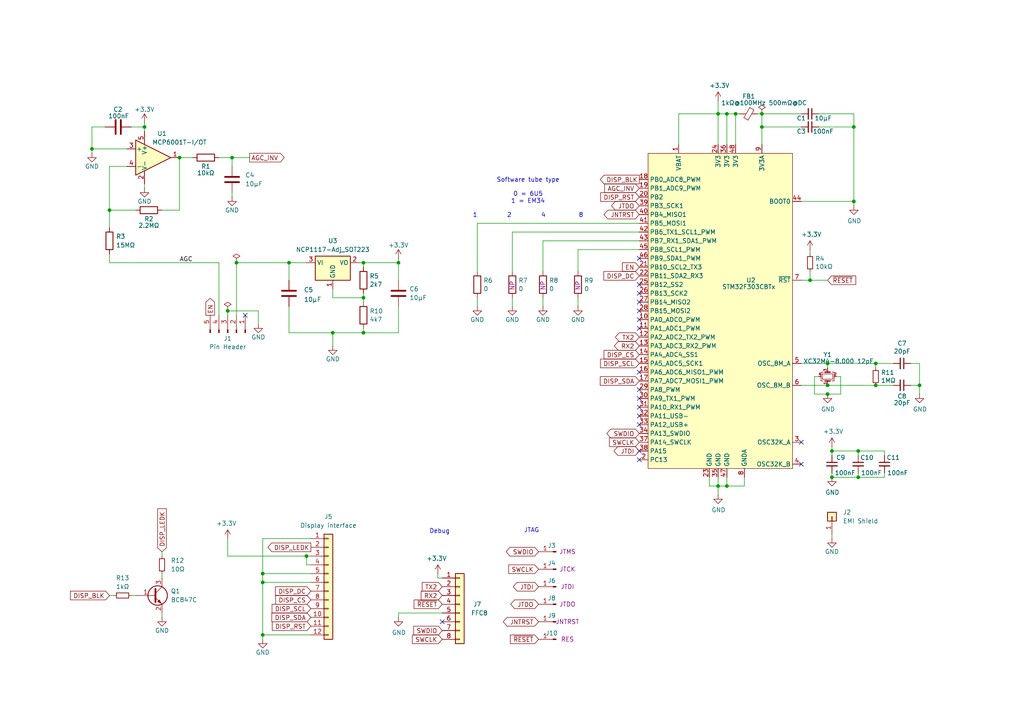
<source format=kicad_sch>
(kicad_sch (version 20231120) (generator "eeschema") (generator_version "8.0")
  (paper "A4")
  (title_block (title "EM34 MCU Board") (date "2025-01-06") (rev "1-A") (company "Martin Wagner DL2WAG") (comment 1 "Based on Retronics 6U5"))
  (lib_symbols
    (symbol "Amplifier_Operational:MCP601-xOT" (pin_names (offset 0.127))
      (property "Reference" "U" (at -1.27 6.35 0))
      (property "Value" "MCP601-xOT" (at -1.27 3.81 0))
      (symbol "MCP601-xOT_0_1"
        (polyline (pts (xy -5.08 5.08) (xy 5.08 0) (xy -5.08 -5.08) (xy -5.08 5.08)) (stroke (width 0.254)) (fill (type background)))
        (pin power_in line (at -2.54 -7.62 90) (length 3.81) (name "V-") (number "2"))
        (pin power_in line (at -2.54 7.62 270) (length 3.81) (name "V+") (number "5"))
      )
      (symbol "MCP601-xOT_1_1"
        (pin output line (at 7.62 0 180) (length 2.54) (name "~") (number "1"))
        (pin input line (at -7.62 2.54 0) (length 2.54) (name "+") (number "3"))
        (pin input line (at -7.62 -2.54 0) (length 2.54) (name "-") (number "4"))
      )
    )
    (symbol "Connector:Conn_01x01_Pin" (pin_names (offset 1.016) hide)
      (property "Reference" "J" (at 0 2.54 0))
      (property "Value" "Conn_01x01_Pin" (at 0 -2.54 0))
      (symbol "Conn_01x01_Pin_1_1"
        (polyline (pts (xy 1.27 0) (xy 0.8636 0)) (stroke (width 0.1524)))
        (rectangle (start 0.8636 0.127) (end 0 -0.127) (stroke (width 0.1524)) (fill (type outline)))
        (pin passive line (at 5.08 0 180) (length 3.81) (name "Pin_1") (number "1"))
      )
    )
    (symbol "Connector:Conn_01x05_Pin" (pin_names (offset 1.016) hide)
      (property "Reference" "J" (at 0 7.62 0))
      (property "Value" "Conn_01x05_Pin" (at 0 -7.62 0))
      (symbol "Conn_01x05_Pin_1_1"
        (polyline (pts (xy 1.27 -5.08) (xy 0.8636 -5.08)) (stroke (width 0.1524)))
        (polyline (pts (xy 1.27 -2.54) (xy 0.8636 -2.54)) (stroke (width 0.1524)))
        (polyline (pts (xy 1.27 0) (xy 0.8636 0)) (stroke (width 0.1524)))
        (polyline (pts (xy 1.27 2.54) (xy 0.8636 2.54)) (stroke (width 0.1524)))
        (polyline (pts (xy 1.27 5.08) (xy 0.8636 5.08)) (stroke (width 0.1524)))
        (rectangle (start 0.8636 -4.953) (end 0 -5.207) (stroke (width 0.1524)) (fill (type outline)))
        (rectangle (start 0.8636 -2.413) (end 0 -2.667) (stroke (width 0.1524)) (fill (type outline)))
        (rectangle (start 0.8636 0.127) (end 0 -0.127) (stroke (width 0.1524)) (fill (type outline)))
        (rectangle (start 0.8636 2.667) (end 0 2.413) (stroke (width 0.1524)) (fill (type outline)))
        (rectangle (start 0.8636 5.207) (end 0 4.953) (stroke (width 0.1524)) (fill (type outline)))
        (pin passive line (at 5.08 5.08 180) (length 3.81) (name "Pin_1") (number "1"))
        (pin passive line (at 5.08 2.54 180) (length 3.81) (name "Pin_2") (number "2"))
        (pin passive line (at 5.08 0 180) (length 3.81) (name "Pin_3") (number "3"))
        (pin passive line (at 5.08 -2.54 180) (length 3.81) (name "Pin_4") (number "4"))
        (pin passive line (at 5.08 -5.08 180) (length 3.81) (name "Pin_5") (number "5"))
      )
    )
    (symbol "Connector_Generic:Conn_01x01" (pin_names (offset 1.016) hide)
      (property "Reference" "J" (at 0 2.54 0))
      (property "Value" "Conn_01x01" (at 0 -2.54 0))
      (symbol "Conn_01x01_1_1"
        (rectangle (start -1.27 0.127) (end 0 -0.127) (stroke (width 0.1524)))
        (rectangle (start -1.27 1.27) (end 1.27 -1.27) (stroke (width 0.254)) (fill (type background)))
        (pin passive line (at -5.08 0 0) (length 3.81) (name "Pin_1") (number "1"))
      )
    )
    (symbol "Connector_Generic:Conn_01x08" (pin_names (offset 1.016) hide)
      (property "Reference" "J" (at 0 10.16 0))
      (property "Value" "Conn_01x08" (at 0 -12.7 0))
      (symbol "Conn_01x08_1_1"
        (rectangle (start -1.27 -10.033) (end 0 -10.287) (stroke (width 0.1524)))
        (rectangle (start -1.27 -7.493) (end 0 -7.747) (stroke (width 0.1524)))
        (rectangle (start -1.27 -4.953) (end 0 -5.207) (stroke (width 0.1524)))
        (rectangle (start -1.27 -2.413) (end 0 -2.667) (stroke (width 0.1524)))
        (rectangle (start -1.27 0.127) (end 0 -0.127) (stroke (width 0.1524)))
        (rectangle (start -1.27 2.667) (end 0 2.413) (stroke (width 0.1524)))
        (rectangle (start -1.27 5.207) (end 0 4.953) (stroke (width 0.1524)))
        (rectangle (start -1.27 7.747) (end 0 7.493) (stroke (width 0.1524)))
        (rectangle (start -1.27 8.89) (end 1.27 -11.43) (stroke (width 0.254)) (fill (type background)))
        (pin passive line (at -5.08 7.62 0) (length 3.81) (name "Pin_1") (number "1"))
        (pin passive line (at -5.08 5.08 0) (length 3.81) (name "Pin_2") (number "2"))
        (pin passive line (at -5.08 2.54 0) (length 3.81) (name "Pin_3") (number "3"))
        (pin passive line (at -5.08 0 0) (length 3.81) (name "Pin_4") (number "4"))
        (pin passive line (at -5.08 -2.54 0) (length 3.81) (name "Pin_5") (number "5"))
        (pin passive line (at -5.08 -5.08 0) (length 3.81) (name "Pin_6") (number "6"))
        (pin passive line (at -5.08 -7.62 0) (length 3.81) (name "Pin_7") (number "7"))
        (pin passive line (at -5.08 -10.16 0) (length 3.81) (name "Pin_8") (number "8"))
      )
    )
    (symbol "Connector_Generic:Conn_01x12" (pin_names (offset 1.016) hide)
      (property "Reference" "J" (at 0 15.24 0))
      (property "Value" "Conn_01x12" (at 0 -17.78 0))
      (symbol "Conn_01x12_1_1"
        (rectangle (start -1.27 -15.113) (end 0 -15.367) (stroke (width 0.1524)))
        (rectangle (start -1.27 -12.573) (end 0 -12.827) (stroke (width 0.1524)))
        (rectangle (start -1.27 -10.033) (end 0 -10.287) (stroke (width 0.1524)))
        (rectangle (start -1.27 -7.493) (end 0 -7.747) (stroke (width 0.1524)))
        (rectangle (start -1.27 -4.953) (end 0 -5.207) (stroke (width 0.1524)))
        (rectangle (start -1.27 -2.413) (end 0 -2.667) (stroke (width 0.1524)))
        (rectangle (start -1.27 0.127) (end 0 -0.127) (stroke (width 0.1524)))
        (rectangle (start -1.27 2.667) (end 0 2.413) (stroke (width 0.1524)))
        (rectangle (start -1.27 5.207) (end 0 4.953) (stroke (width 0.1524)))
        (rectangle (start -1.27 7.747) (end 0 7.493) (stroke (width 0.1524)))
        (rectangle (start -1.27 10.287) (end 0 10.033) (stroke (width 0.1524)))
        (rectangle (start -1.27 12.827) (end 0 12.573) (stroke (width 0.1524)))
        (rectangle (start -1.27 13.97) (end 1.27 -16.51) (stroke (width 0.254)) (fill (type background)))
        (pin passive line (at -5.08 12.7 0) (length 3.81) (name "Pin_1") (number "1"))
        (pin passive line (at -5.08 -10.16 0) (length 3.81) (name "Pin_10") (number "10"))
        (pin passive line (at -5.08 -12.7 0) (length 3.81) (name "Pin_11") (number "11"))
        (pin passive line (at -5.08 -15.24 0) (length 3.81) (name "Pin_12") (number "12"))
        (pin passive line (at -5.08 10.16 0) (length 3.81) (name "Pin_2") (number "2"))
        (pin passive line (at -5.08 7.62 0) (length 3.81) (name "Pin_3") (number "3"))
        (pin passive line (at -5.08 5.08 0) (length 3.81) (name "Pin_4") (number "4"))
        (pin passive line (at -5.08 2.54 0) (length 3.81) (name "Pin_5") (number "5"))
        (pin passive line (at -5.08 0 0) (length 3.81) (name "Pin_6") (number "6"))
        (pin passive line (at -5.08 -2.54 0) (length 3.81) (name "Pin_7") (number "7"))
        (pin passive line (at -5.08 -5.08 0) (length 3.81) (name "Pin_8") (number "8"))
        (pin passive line (at -5.08 -7.62 0) (length 3.81) (name "Pin_9") (number "9"))
      )
    )
    (symbol "Device:C" (pin_numbers hide) (pin_names (offset 0.254))
      (property "Reference" "C" (at 0.635 2.54 0))
      (property "Value" "C" (at 0.635 -2.54 0))
      (symbol "C_0_1"
        (polyline (pts (xy -2.032 -0.762) (xy 2.032 -0.762)) (stroke (width 0.508)))
        (polyline (pts (xy -2.032 0.762) (xy 2.032 0.762)) (stroke (width 0.508)))
      )
      (symbol "C_1_1"
        (pin passive line (at 0 3.81 270) (length 2.794) (name "~") (number "1"))
        (pin passive line (at 0 -3.81 90) (length 2.794) (name "~") (number "2"))
      )
    )
    (symbol "Device:C_Small" (pin_numbers hide) (pin_names (offset 0.254) hide)
      (property "Reference" "C" (at 0.254 1.778 0))
      (property "Value" "C_Small" (at 0.254 -2.032 0))
      (symbol "C_Small_0_1"
        (polyline (pts (xy -1.524 -0.508) (xy 1.524 -0.508)) (stroke (width 0.3302)))
        (polyline (pts (xy -1.524 0.508) (xy 1.524 0.508)) (stroke (width 0.3048)))
      )
      (symbol "C_Small_1_1"
        (pin passive line (at 0 2.54 270) (length 2.032) (name "~") (number "1"))
        (pin passive line (at 0 -2.54 90) (length 2.032) (name "~") (number "2"))
      )
    )
    (symbol "Device:Crystal_GND24_Small" (pin_names (offset 1.016) hide)
      (property "Reference" "Y" (at 1.27 4.445 0))
      (property "Value" "Crystal_GND24_Small" (at 1.27 2.54 0))
      (symbol "Crystal_GND24_Small_0_1"
        (rectangle (start -0.762 -1.524) (end 0.762 1.524))
        (polyline (pts (xy -1.27 -0.762) (xy -1.27 0.762)) (stroke (width 0.381)))
        (polyline (pts (xy 1.27 -0.762) (xy 1.27 0.762)) (stroke (width 0.381)))
        (polyline (pts (xy -1.27 -1.27) (xy -1.27 -1.905) (xy 1.27 -1.905) (xy 1.27 -1.27)))
        (polyline (pts (xy -1.27 1.27) (xy -1.27 1.905) (xy 1.27 1.905) (xy 1.27 1.27)))
      )
      (symbol "Crystal_GND24_Small_1_1"
        (pin passive line (at -2.54 0 0) (length 1.27) (name "1") (number "1"))
        (pin passive line (at 0 -2.54 90) (length 0.635) (name "2") (number "2"))
        (pin passive line (at 2.54 0 180) (length 1.27) (name "3") (number "3"))
        (pin passive line (at 0 2.54 270) (length 0.635) (name "4") (number "4"))
      )
    )
    (symbol "Device:FerriteBead_Small" (pin_numbers hide) (pin_names (offset 0))
      (property "Reference" "FB" (at 1.905 1.27 0))
      (property "Value" "FerriteBead_Small" (at 1.905 -1.27 0))
      (symbol "FerriteBead_Small_0_1"
        (polyline (pts (xy 0 -1.27) (xy 0 -0.7874)))
        (polyline (pts (xy 0 0.889) (xy 0 1.2954)))
        (polyline (pts (xy -1.8288 0.2794) (xy -1.1176 1.4986) (xy 1.8288 -0.2032) (xy 1.1176 -1.4224) (xy -1.8288 0.2794)))
      )
      (symbol "FerriteBead_Small_1_1"
        (pin passive line (at 0 2.54 270) (length 1.27) (name "~") (number "1"))
        (pin passive line (at 0 -2.54 90) (length 1.27) (name "~") (number "2"))
      )
    )
    (symbol "Device:R" (pin_numbers hide) (pin_names (offset 0))
      (property "Reference" "R" (at 2.032 0 90))
      (property "Value" "R" (at 0 0 90))
      (symbol "R_0_1"
        (rectangle (start -1.016 -2.54) (end 1.016 2.54) (stroke (width 0.254)))
      )
      (symbol "R_1_1"
        (pin passive line (at 0 3.81 270) (length 1.27) (name "~") (number "1"))
        (pin passive line (at 0 -3.81 90) (length 1.27) (name "~") (number "2"))
      )
    )
    (symbol "Device:R_Small" (pin_numbers hide) (pin_names (offset 0.254) hide)
      (property "Reference" "R" (at 0.762 0.508 0))
      (property "Value" "R_Small" (at 0.762 -1.016 0))
      (symbol "R_Small_0_1"
        (rectangle (start -0.762 1.778) (end 0.762 -1.778) (stroke (width 0.2032)))
      )
      (symbol "R_Small_1_1"
        (pin passive line (at 0 2.54 270) (length 0.762) (name "~") (number "1"))
        (pin passive line (at 0 -2.54 90) (length 0.762) (name "~") (number "2"))
      )
    )
    (symbol "Regulator_Linear:NCP1117-5.0_SOT223"
      (property "Reference" "U" (at -3.81 3.175 0))
      (property "Value" "NCP1117-5.0_SOT223" (at 0 3.175 0))
      (symbol "NCP1117-5.0_SOT223_0_1"
        (rectangle (start -5.08 -5.08) (end 5.08 1.905) (stroke (width 0.254)) (fill (type background)))
      )
      (symbol "NCP1117-5.0_SOT223_1_1"
        (pin power_in line (at 0 -7.62 90) (length 2.54) (name "GND") (number "1"))
        (pin power_out line (at 7.62 0 180) (length 2.54) (name "VO") (number "2"))
        (pin power_in line (at -7.62 0 0) (length 2.54) (name "VI") (number "3"))
      )
    )
    (symbol "Retronics_Microcontrollers:STM32F103Cx"
      (property "Reference" "U" (at 2.54 -3.81 0))
      (property "Value" "STM32F103Cx" (at -5.08 -6.35 0))
      (symbol "STM32F103Cx_0_1"
        (rectangle (start -19.05 12.7) (end 22.86 -78.74) (fill (type background)))
      )
      (symbol "STM32F103Cx_1_1"
        (pin power_in line (at -10.16 15.24 270) (length 2.54) (name "VBAT") (number "1"))
        (pin bidirectional line (at -21.59 -35.56 0) (length 2.54) (name "PA0_ADC0_PWM") (number "10"))
        (pin bidirectional line (at -21.59 -38.1 0) (length 2.54) (name "PA1_ADC1_PWM") (number "11"))
        (pin bidirectional line (at -21.59 -40.64 0) (length 2.54) (name "PA2_ADC2_TX2_PWM") (number "12"))
        (pin bidirectional line (at -21.59 -43.18 0) (length 2.54) (name "PA3_ADC3_RX2_PWM") (number "13"))
        (pin bidirectional line (at -21.59 -45.72 0) (length 2.54) (name "PA4_ADC4_SS1") (number "14"))
        (pin bidirectional line (at -21.59 -48.26 0) (length 2.54) (name "PA5_ADC5_SCK1") (number "15"))
        (pin bidirectional line (at -21.59 -50.8 0) (length 2.54) (name "PA6_ADC6_MISO1_PWM") (number "16"))
        (pin bidirectional line (at -21.59 -53.34 0) (length 2.54) (name "PA7_ADC7_MOSI1_PWM") (number "17"))
        (pin bidirectional line (at -21.59 5.08 0) (length 2.54) (name "PB0_ADC8_PWM") (number "18"))
        (pin bidirectional line (at -21.59 2.54 0) (length 2.54) (name "PB1_ADC9_PWM") (number "19"))
        (pin bidirectional line (at -21.59 -76.2 0) (length 2.54) (name "PC13") (number "2"))
        (pin bidirectional line (at -21.59 0 0) (length 2.54) (name "PB2") (number "20"))
        (pin bidirectional line (at -21.59 -20.32 0) (length 2.54) (name "PB10_SCL2_TX3") (number "21"))
        (pin bidirectional line (at -21.59 -22.86 0) (length 2.54) (name "PB11_SDA2_RX3") (number "22"))
        (pin power_in line (at -1.27 -81.28 90) (length 2.54) (name "GND") (number "23"))
        (pin power_in line (at 1.27 15.24 270) (length 2.54) (name "3V3") (number "24"))
        (pin bidirectional line (at -21.59 -25.4 0) (length 2.54) (name "PB12_SS2") (number "25"))
        (pin bidirectional line (at -21.59 -27.94 0) (length 2.54) (name "PB13_SCK2") (number "26"))
        (pin bidirectional line (at -21.59 -30.48 0) (length 2.54) (name "PB14_MISO2") (number "27"))
        (pin bidirectional line (at -21.59 -33.02 0) (length 2.54) (name "PB15_MOSI2") (number "28"))
        (pin bidirectional line (at -21.59 -55.88 0) (length 2.54) (name "PA8_PWM") (number "29"))
        (pin bidirectional line (at 25.4 -71.12 180) (length 2.54) (name "OSC32K_A") (number "3"))
        (pin bidirectional line (at -21.59 -58.42 0) (length 2.54) (name "PA9_TX1_PWM") (number "30"))
        (pin bidirectional line (at -21.59 -60.96 0) (length 2.54) (name "PA10_RX1_PWM") (number "31"))
        (pin bidirectional line (at -21.59 -63.5 0) (length 2.54) (name "PA11_USB-") (number "32"))
        (pin bidirectional line (at -21.59 -66.04 0) (length 2.54) (name "PA12_USB+") (number "33"))
        (pin bidirectional line (at -21.59 -68.58 0) (length 2.54) (name "PA13_SWDIO") (number "34"))
        (pin power_in line (at 1.27 -81.28 90) (length 2.54) (name "GND") (number "35"))
        (pin power_in line (at 3.81 15.24 270) (length 2.54) (name "3V3") (number "36"))
        (pin bidirectional line (at -21.59 -71.12 0) (length 2.54) (name "PA14_SWCLK") (number "37"))
        (pin bidirectional line (at -21.59 -73.66 0) (length 2.54) (name "PA15") (number "38"))
        (pin bidirectional line (at -21.59 -2.54 0) (length 2.54) (name "PB3_SCK1") (number "39"))
        (pin bidirectional line (at 25.4 -77.47 180) (length 2.54) (name "OSC32K_B") (number "4"))
        (pin bidirectional line (at -21.59 -5.08 0) (length 2.54) (name "PB4_MISO1") (number "40"))
        (pin bidirectional line (at -21.59 -7.62 0) (length 2.54) (name "PB5_MOSI1") (number "41"))
        (pin bidirectional line (at -21.59 -10.16 0) (length 2.54) (name "PB6_TX1_SCL1_PWM") (number "42"))
        (pin bidirectional line (at -21.59 -12.7 0) (length 2.54) (name "PB7_RX1_SDA1_PWM") (number "43"))
        (pin input line (at 25.4 -1.27 180) (length 2.54) (name "BOOT0") (number "44"))
        (pin bidirectional line (at -21.59 -15.24 0) (length 2.54) (name "PB8_SCL1_PWM") (number "45"))
        (pin bidirectional line (at -21.59 -17.78 0) (length 2.54) (name "PB9_SDA1_PWM") (number "46"))
        (pin power_in line (at 3.81 -81.28 90) (length 2.54) (name "GND") (number "47"))
        (pin power_in line (at 6.35 15.24 270) (length 2.54) (name "3V3") (number "48"))
        (pin bidirectional line (at 25.4 -48.26 180) (length 2.54) (name "OSC_8M_A") (number "5"))
        (pin bidirectional line (at 25.4 -54.61 180) (length 2.54) (name "OSC_8M_B") (number "6"))
        (pin input line (at 25.4 -24.13 180) (length 2.54) (name "~{RST}") (number "7"))
        (pin power_in line (at 8.89 -81.28 90) (length 2.54) (name "GNDA") (number "8"))
        (pin power_in line (at 13.97 15.24 270) (length 2.54) (name "3V3A") (number "9"))
      )
    )
    (symbol "Transistor_BJT:BC847" (pin_names (offset 0) hide)
      (property "Reference" "Q" (at 5.08 1.905 0))
      (property "Value" "BC847" (at 5.08 0 0))
      (symbol "BC847_0_1"
        (polyline (pts (xy 0.635 0.635) (xy 2.54 2.54)))
        (polyline (pts (xy 0.635 -0.635) (xy 2.54 -2.54) (xy 2.54 -2.54)))
        (polyline (pts (xy 0.635 1.905) (xy 0.635 -1.905) (xy 0.635 -1.905)) (stroke (width 0.508)))
        (polyline (pts (xy 1.27 -1.778) (xy 1.778 -1.27) (xy 2.286 -2.286) (xy 1.27 -1.778) (xy 1.27 -1.778)) (fill (type outline)))
        (circle (center 1.27 0) (radius 2.8194) (stroke (width 0.254)))
      )
      (symbol "BC847_1_1"
        (pin input line (at -5.08 0 0) (length 5.715) (name "B") (number "1"))
        (pin passive line (at 2.54 -5.08 90) (length 2.54) (name "E") (number "2"))
        (pin passive line (at 2.54 5.08 270) (length 2.54) (name "C") (number "3"))
      )
    )
    (symbol "power:+3.3V" (power) (pin_numbers hide) (pin_names (offset 0) hide)
      (property "Value" "+3.3V" (at 0 3.556 0))
      (symbol "+3.3V_0_1"
        (polyline (pts (xy -0.762 1.27) (xy 0 2.54)))
        (polyline (pts (xy 0 0) (xy 0 2.54)))
        (polyline (pts (xy 0 2.54) (xy 0.762 1.27)))
      )
      (symbol "+3.3V_1_1"
        (pin power_in line (at 0 0 90) (length 0) (name "~") (number "1"))
      )
    )
    (symbol "power:GND" (power) (pin_numbers hide) (pin_names (offset 0) hide)
      (property "Value" "GND" (at 0 -3.81 0))
      (symbol "GND_0_1"
        (polyline (pts (xy 0 0) (xy 0 -1.27) (xy 1.27 -1.27) (xy 0 -2.54) (xy -1.27 -1.27) (xy 0 -1.27)))
      )
      (symbol "GND_1_1"
        (pin power_in line (at 0 0 270) (length 0) (name "~") (number "1"))
      )
    )
    (symbol "power:PWR_FLAG" (power) (pin_numbers hide) (pin_names (offset 0) hide)
      (property "Value" "PWR_FLAG" (at 0 3.81 0))
      (symbol "PWR_FLAG_0_0"
        (pin power_out line (at 0 0 90) (length 0) (name "~") (number "1"))
      )
      (symbol "PWR_FLAG_0_1"
        (polyline (pts (xy 0 0) (xy 0 1.27) (xy -1.016 1.905) (xy 0 2.54) (xy 1.016 1.905) (xy 0 1.27)))
      )
    )
  )
  (junction (at 241.3 130.81))
  (junction (at 68.58 76.2))
  (junction (at 76.2 166.37))
  (junction (at 76.2 184.15))
  (junction (at 67.31 45.72))
  (junction (at 41.91 36.83))
  (junction (at 210.82 140.97))
  (junction (at 220.98 36.83))
  (junction (at 254 111.76))
  (junction (at 247.65 36.83))
  (junction (at 210.82 33.02))
  (junction (at 96.52 96.52))
  (junction (at 105.41 76.2))
  (junction (at 254 105.41))
  (junction (at 248.92 130.81))
  (junction (at 115.57 76.2))
  (junction (at 66.04 90.17))
  (junction (at 83.82 76.2))
  (junction (at 76.2 168.91))
  (junction (at 234.95 81.28))
  (junction (at 208.28 33.02))
  (junction (at 208.28 140.97))
  (junction (at 240.03 105.41))
  (junction (at 240.03 114.3))
  (junction (at 26.67 43.18))
  (junction (at 240.03 111.76))
  (junction (at 247.65 58.42))
  (junction (at 248.92 138.43))
  (junction (at 31.75 60.96))
  (junction (at 213.36 33.02))
  (junction (at 52.07 45.72))
  (junction (at 220.98 33.02))
  (junction (at 105.41 96.52))
  (junction (at 266.7 111.76))
  (junction (at 88.9 161.29))
  (junction (at 241.3 138.43))
  (junction (at 105.41 86.36))
  (no_connect (at 185.42 82.55))
  (no_connect (at 185.42 113.03))
  (no_connect (at 185.42 85.09))
  (no_connect (at 71.12 91.44))
  (no_connect (at 185.42 92.71))
  (no_connect (at 185.42 115.57))
  (no_connect (at 232.41 134.62))
  (no_connect (at 185.42 87.63))
  (no_connect (at 185.42 95.25))
  (no_connect (at 232.41 128.27))
  (no_connect (at 185.42 118.11))
  (no_connect (at 185.42 120.65))
  (no_connect (at 185.42 133.35))
  (no_connect (at 185.42 74.93))
  (no_connect (at 185.42 123.19))
  (no_connect (at 185.42 90.17))
  (no_connect (at 185.42 130.81))
  (no_connect (at 128.27 180.34))
  (no_connect (at 185.42 107.95))
  (wire (pts (xy 38.1 36.83) (xy 41.91 36.83)))
  (wire (pts (xy 248.92 132.08) (xy 248.92 130.81)))
  (wire (pts (xy 232.41 36.83) (xy 220.98 36.83)))
  (wire (pts (xy 256.54 130.81) (xy 256.54 132.08)))
  (wire (pts (xy 31.75 60.96) (xy 39.37 60.96)))
  (wire (pts (xy 157.48 69.85) (xy 157.48 78.74)))
  (wire (pts (xy 234.95 72.39) (xy 234.95 73.66)))
  (wire (pts (xy 167.64 72.39) (xy 185.42 72.39)))
  (wire (pts (xy 256.54 137.16) (xy 256.54 138.43)))
  (wire (pts (xy 83.82 96.52) (xy 83.82 88.9)))
  (wire (pts (xy 68.58 76.2) (xy 83.82 76.2)))
  (wire (pts (xy 46.99 177.8) (xy 46.99 179.07)))
  (wire (pts (xy 234.95 78.74) (xy 234.95 81.28)))
  (wire (pts (xy 76.2 168.91) (xy 90.17 168.91)))
  (wire (pts (xy 208.28 33.02) (xy 208.28 41.91)))
  (wire (pts (xy 76.2 184.15) (xy 76.2 168.91)))
  (wire (pts (xy 241.3 129.54) (xy 241.3 130.81)))
  (wire (pts (xy 31.75 76.2) (xy 63.5 76.2)))
  (wire (pts (xy 232.41 33.02) (xy 220.98 33.02)))
  (wire (pts (xy 247.65 36.83) (xy 247.65 58.42)))
  (wire (pts (xy 76.2 184.15) (xy 76.2 185.42)))
  (wire (pts (xy 236.22 114.3) (xy 240.03 114.3)))
  (wire (pts (xy 26.67 43.18) (xy 36.83 43.18)))
  (wire (pts (xy 46.99 60.96) (xy 52.07 60.96)))
  (wire (pts (xy 67.31 45.72) (xy 63.5 45.72)))
  (wire (pts (xy 241.3 132.08) (xy 241.3 130.81)))
  (wire (pts (xy 46.99 166.37) (xy 46.99 167.64)))
  (wire (pts (xy 205.74 140.97) (xy 208.28 140.97)))
  (wire (pts (xy 241.3 137.16) (xy 241.3 138.43)))
  (wire (pts (xy 167.64 72.39) (xy 167.64 78.74)))
  (wire (pts (xy 138.43 64.77) (xy 185.42 64.77)))
  (wire (pts (xy 247.65 33.02) (xy 247.65 36.83)))
  (wire (pts (xy 247.65 58.42) (xy 247.65 59.69)))
  (wire (pts (xy 138.43 86.36) (xy 138.43 88.9)))
  (wire (pts (xy 127 166.37) (xy 127 167.64)))
  (wire (pts (xy 26.67 36.83) (xy 30.48 36.83)))
  (wire (pts (xy 210.82 33.02) (xy 213.36 33.02)))
  (wire (pts (xy 76.2 166.37) (xy 90.17 166.37)))
  (wire (pts (xy 83.82 76.2) (xy 83.82 81.28)))
  (wire (pts (xy 208.28 138.43) (xy 208.28 140.97)))
  (wire (pts (xy 248.92 130.81) (xy 256.54 130.81)))
  (wire (pts (xy 31.75 48.26) (xy 36.83 48.26)))
  (wire (pts (xy 241.3 130.81) (xy 248.92 130.81)))
  (wire (pts (xy 88.9 161.29) (xy 90.17 161.29)))
  (wire (pts (xy 88.9 163.83) (xy 90.17 163.83)))
  (wire (pts (xy 237.49 109.22) (xy 236.22 109.22)))
  (wire (pts (xy 105.41 95.25) (xy 105.41 96.52)))
  (wire (pts (xy 148.59 86.36) (xy 148.59 88.9)))
  (wire (pts (xy 115.57 177.8) (xy 128.27 177.8)))
  (wire (pts (xy 41.91 35.56) (xy 41.91 36.83)))
  (wire (pts (xy 240.03 105.41) (xy 254 105.41)))
  (wire (pts (xy 138.43 64.77) (xy 138.43 78.74)))
  (wire (pts (xy 240.03 111.76) (xy 254 111.76)))
  (wire (pts (xy 41.91 36.83) (xy 41.91 38.1)))
  (wire (pts (xy 104.14 76.2) (xy 105.41 76.2)))
  (wire (pts (xy 74.93 90.17) (xy 74.93 93.98)))
  (wire (pts (xy 234.95 81.28) (xy 240.03 81.28)))
  (wire (pts (xy 38.1 172.72) (xy 39.37 172.72)))
  (wire (pts (xy 213.36 33.02) (xy 213.36 41.91)))
  (wire (pts (xy 157.48 86.36) (xy 157.48 88.9)))
  (wire (pts (xy 266.7 105.41) (xy 266.7 111.76)))
  (wire (pts (xy 232.41 111.76) (xy 240.03 111.76)))
  (wire (pts (xy 148.59 67.31) (xy 185.42 67.31)))
  (wire (pts (xy 236.22 109.22) (xy 236.22 114.3)))
  (wire (pts (xy 105.41 96.52) (xy 115.57 96.52)))
  (wire (pts (xy 259.08 105.41) (xy 254 105.41)))
  (wire (pts (xy 115.57 74.93) (xy 115.57 76.2)))
  (wire (pts (xy 26.67 43.18) (xy 26.67 36.83)))
  (wire (pts (xy 105.41 86.36) (xy 105.41 87.63)))
  (wire (pts (xy 66.04 91.44) (xy 66.04 90.17)))
  (wire (pts (xy 96.52 96.52) (xy 83.82 96.52)))
  (wire (pts (xy 76.2 166.37) (xy 76.2 168.91)))
  (wire (pts (xy 96.52 96.52) (xy 105.41 96.52)))
  (wire (pts (xy 248.92 137.16) (xy 248.92 138.43)))
  (wire (pts (xy 88.9 163.83) (xy 88.9 161.29)))
  (wire (pts (xy 215.9 140.97) (xy 210.82 140.97)))
  (wire (pts (xy 196.85 33.02) (xy 208.28 33.02)))
  (wire (pts (xy 220.98 33.02) (xy 220.98 36.83)))
  (wire (pts (xy 115.57 96.52) (xy 115.57 88.9)))
  (wire (pts (xy 115.57 81.28) (xy 115.57 76.2)))
  (wire (pts (xy 248.92 138.43) (xy 241.3 138.43)))
  (wire (pts (xy 205.74 138.43) (xy 205.74 140.97)))
  (wire (pts (xy 96.52 96.52) (xy 96.52 100.33)))
  (wire (pts (xy 237.49 33.02) (xy 247.65 33.02)))
  (wire (pts (xy 31.75 48.26) (xy 31.75 60.96)))
  (wire (pts (xy 148.59 67.31) (xy 148.59 78.74)))
  (wire (pts (xy 208.28 143.51) (xy 208.28 140.97)))
  (wire (pts (xy 63.5 76.2) (xy 63.5 91.44)))
  (wire (pts (xy 66.04 90.17) (xy 74.93 90.17)))
  (wire (pts (xy 232.41 105.41) (xy 240.03 105.41)))
  (wire (pts (xy 96.52 86.36) (xy 96.52 83.82)))
  (wire (pts (xy 52.07 60.96) (xy 52.07 45.72)))
  (wire (pts (xy 254 105.41) (xy 254 106.68)))
  (wire (pts (xy 167.64 86.36) (xy 167.64 88.9)))
  (wire (pts (xy 67.31 57.15) (xy 67.31 55.88)))
  (wire (pts (xy 31.75 172.72) (xy 33.02 172.72)))
  (wire (pts (xy 266.7 111.76) (xy 266.7 114.3)))
  (wire (pts (xy 232.41 81.28) (xy 234.95 81.28)))
  (wire (pts (xy 215.9 138.43) (xy 215.9 140.97)))
  (wire (pts (xy 76.2 156.21) (xy 76.2 166.37)))
  (wire (pts (xy 210.82 41.91) (xy 210.82 33.02)))
  (wire (pts (xy 232.41 58.42) (xy 247.65 58.42)))
  (wire (pts (xy 219.71 33.02) (xy 220.98 33.02)))
  (wire (pts (xy 46.99 160.02) (xy 46.99 161.29)))
  (wire (pts (xy 214.63 33.02) (xy 213.36 33.02)))
  (wire (pts (xy 41.91 53.34) (xy 41.91 54.61)))
  (wire (pts (xy 240.03 114.3) (xy 243.84 114.3)))
  (wire (pts (xy 264.16 105.41) (xy 266.7 105.41)))
  (wire (pts (xy 31.75 73.66) (xy 31.75 76.2)))
  (wire (pts (xy 66.04 161.29) (xy 88.9 161.29)))
  (wire (pts (xy 66.04 156.21) (xy 66.04 161.29)))
  (wire (pts (xy 220.98 36.83) (xy 220.98 41.91)))
  (wire (pts (xy 196.85 41.91) (xy 196.85 33.02)))
  (wire (pts (xy 254 111.76) (xy 259.08 111.76)))
  (wire (pts (xy 105.41 76.2) (xy 105.41 77.47)))
  (wire (pts (xy 67.31 45.72) (xy 72.39 45.72)))
  (wire (pts (xy 208.28 33.02) (xy 210.82 33.02)))
  (wire (pts (xy 208.28 140.97) (xy 210.82 140.97)))
  (wire (pts (xy 67.31 48.26) (xy 67.31 45.72)))
  (wire (pts (xy 241.3 154.94) (xy 241.3 156.21)))
  (wire (pts (xy 243.84 109.22) (xy 243.84 114.3)))
  (wire (pts (xy 240.03 105.41) (xy 240.03 106.68)))
  (wire (pts (xy 105.41 85.09) (xy 105.41 86.36)))
  (wire (pts (xy 105.41 86.36) (xy 96.52 86.36)))
  (wire (pts (xy 76.2 184.15) (xy 90.17 184.15)))
  (wire (pts (xy 52.07 45.72) (xy 55.88 45.72)))
  (wire (pts (xy 127 167.64) (xy 128.27 167.64)))
  (wire (pts (xy 237.49 36.83) (xy 247.65 36.83)))
  (wire (pts (xy 210.82 140.97) (xy 210.82 138.43)))
  (wire (pts (xy 208.28 29.21) (xy 208.28 33.02)))
  (wire (pts (xy 157.48 69.85) (xy 185.42 69.85)))
  (wire (pts (xy 68.58 76.2) (xy 68.58 91.44)))
  (wire (pts (xy 256.54 138.43) (xy 248.92 138.43)))
  (wire (pts (xy 90.17 156.21) (xy 76.2 156.21)))
  (wire (pts (xy 266.7 111.76) (xy 264.16 111.76)))
  (wire (pts (xy 105.41 76.2) (xy 115.57 76.2)))
  (wire (pts (xy 243.84 109.22) (xy 242.57 109.22)))
  (wire (pts (xy 83.82 76.2) (xy 88.9 76.2)))
  (wire (pts (xy 26.67 44.45) (xy 26.67 43.18)))
  (wire (pts (xy 115.57 179.07) (xy 115.57 177.8)))
  (wire (pts (xy 31.75 66.04) (xy 31.75 60.96)))
  (text "JTAG" (at 154.178 153.924 0) (effects (font (size 1.27 1.27))))
  (text "Debug" (at 127.508 154.178 0) (effects (font (size 1.27 1.27))))
  (text "Software tube type\n\n0 = 6U5\n1 = EM34\n\n1         2         4          8" (at 153.162 57.404 0) (effects (font (size 1.27 1.27))))
  (label "AGC" (at 52.07 76.2 0))
  (global_label "TX2" (shape bidirectional) (at 185.42 97.79 180) (property "Intersheetrefs" "${INTERSHEET_REFS}" (effects (hide yes))))
  (global_label "AGC_INV" (shape output) (at 72.39 45.72 0) (property "Intersheetrefs" "${INTERSHEET_REFS}" (effects (hide yes))))
  (global_label "EN" (shape input) (at 185.42 77.47 180) (property "Intersheetrefs" "${INTERSHEET_REFS}" (effects (hide yes))))
  (global_label "JNTRST" (shape bidirectional) (at 156.21 180.34 180) (property "Intersheetrefs" "${INTERSHEET_REFS}" (effects (hide yes))))
  (global_label "EN" (shape output) (at 60.96 91.44 90) (property "Intersheetrefs" "${INTERSHEET_REFS}" (effects (hide yes))))
  (global_label "TX2" (shape input) (at 128.27 170.18 180) (property "Intersheetrefs" "${INTERSHEET_REFS}" (effects (hide yes))))
  (global_label "SWDIO" (shape bidirectional) (at 185.42 125.73 180) (property "Intersheetrefs" "${INTERSHEET_REFS}" (effects (hide yes))))
  (global_label "SWCLK" (shape input) (at 185.42 128.27 180) (property "Intersheetrefs" "${INTERSHEET_REFS}" (effects (hide yes))))
  (global_label "DISP_CS" (shape input) (at 185.42 102.87 180) (property "Intersheetrefs" "${INTERSHEET_REFS}" (effects (hide yes))))
  (global_label "JTDI" (shape bidirectional) (at 185.42 130.81 180) (property "Intersheetrefs" "${INTERSHEET_REFS}" (effects (hide yes))))
  (global_label "DISP_SDA" (shape input) (at 90.17 179.07 180) (property "Intersheetrefs" "${INTERSHEET_REFS}" (effects (hide yes))))
  (global_label "JTDO" (shape bidirectional) (at 156.21 175.26 180) (property "Intersheetrefs" "${INTERSHEET_REFS}" (effects (hide yes))))
  (global_label "~{RESET}" (shape input) (at 128.27 175.26 180) (property "Intersheetrefs" "${INTERSHEET_REFS}" (effects (hide yes))))
  (global_label "DISP_BLK" (shape output) (at 185.42 52.07 180) (property "Intersheetrefs" "${INTERSHEET_REFS}" (effects (hide yes))))
  (global_label "DISP_DC" (shape input) (at 90.17 171.45 180) (property "Intersheetrefs" "${INTERSHEET_REFS}" (effects (hide yes))))
  (global_label "DISP_RST" (shape input) (at 90.17 181.61 180) (property "Intersheetrefs" "${INTERSHEET_REFS}" (effects (hide yes))))
  (global_label "DISP_SCL" (shape input) (at 185.42 105.41 180) (property "Intersheetrefs" "${INTERSHEET_REFS}" (effects (hide yes))))
  (global_label "JNTRST" (shape bidirectional) (at 185.42 62.23 180) (property "Intersheetrefs" "${INTERSHEET_REFS}" (effects (hide yes))))
  (global_label "SWCLK" (shape input) (at 156.21 165.1 180) (property "Intersheetrefs" "${INTERSHEET_REFS}" (effects (hide yes))))
  (global_label "SWDIO" (shape input) (at 128.27 182.88 180) (property "Intersheetrefs" "${INTERSHEET_REFS}" (effects (hide yes))))
  (global_label "AGC_INV" (shape input) (at 185.42 54.61 180) (property "Intersheetrefs" "${INTERSHEET_REFS}" (effects (hide yes))))
  (global_label "DISP_SDA" (shape input) (at 185.42 110.49 180) (property "Intersheetrefs" "${INTERSHEET_REFS}" (effects (hide yes))))
  (global_label "DISP_LEDK" (shape output) (at 90.17 158.75 180) (property "Intersheetrefs" "${INTERSHEET_REFS}" (effects (hide yes))))
  (global_label "RX2" (shape input) (at 128.27 172.72 180) (property "Intersheetrefs" "${INTERSHEET_REFS}" (effects (hide yes))))
  (global_label "DISP_SCL" (shape input) (at 90.17 176.53 180) (property "Intersheetrefs" "${INTERSHEET_REFS}" (effects (hide yes))))
  (global_label "DISP_RST" (shape input) (at 185.42 57.15 180) (property "Intersheetrefs" "${INTERSHEET_REFS}" (effects (hide yes))))
  (global_label "DISP_DC" (shape input) (at 185.42 80.01 180) (property "Intersheetrefs" "${INTERSHEET_REFS}" (effects (hide yes))))
  (global_label "SWDIO" (shape bidirectional) (at 156.21 160.02 180) (property "Intersheetrefs" "${INTERSHEET_REFS}" (effects (hide yes))))
  (global_label "SWCLK" (shape input) (at 128.27 185.42 180) (property "Intersheetrefs" "${INTERSHEET_REFS}" (effects (hide yes))))
  (global_label "RX2" (shape bidirectional) (at 185.42 100.33 180) (property "Intersheetrefs" "${INTERSHEET_REFS}" (effects (hide yes))))
  (global_label "JTDI" (shape bidirectional) (at 156.21 170.18 180) (property "Intersheetrefs" "${INTERSHEET_REFS}" (effects (hide yes))))
  (global_label "~{RESET}" (shape input) (at 240.03 81.28 0) (property "Intersheetrefs" "${INTERSHEET_REFS}" (effects (hide yes))))
  (global_label "DISP_BLK" (shape input) (at 31.75 172.72 180) (property "Intersheetrefs" "${INTERSHEET_REFS}" (effects (hide yes))))
  (global_label "~{RESET}" (shape input) (at 156.21 185.42 180) (property "Intersheetrefs" "${INTERSHEET_REFS}" (effects (hide yes))))
  (global_label "DISP_CS" (shape input) (at 90.17 173.99 180) (property "Intersheetrefs" "${INTERSHEET_REFS}" (effects (hide yes))))
  (global_label "JTDO" (shape bidirectional) (at 185.42 59.69 180) (property "Intersheetrefs" "${INTERSHEET_REFS}" (effects (hide yes))))
  (global_label "DISP_LEDK" (shape input) (at 46.99 160.02 90) (property "Intersheetrefs" "${INTERSHEET_REFS}" (effects (hide yes))))
  (symbol (lib_id "Device:C_Small") (at 241.3 134.62 0) (unit 1)
    (property "Reference" "C9" (at 243.84 132.715 0))
    (property "Value" "100nF" (at 245.11 137.16 0))
    (property "Footprint" "Capacitor_SMD:C_0603_1608Metric_Pad1.08x0.95mm_HandSolder" (effects (hide yes)))
  )
  (symbol (lib_id "power:+3.3V") (at 241.3 129.54 0) (unit 1)
    (property "Reference" "#PWR017" (effects (hide yes)))
    (property "Value" "+3.3V" (at 241.681 125.1458 0))
    (property "Description" "Power symbol creates a global label with name \"+3.3V\"" (effects (hide yes)))
  )
  (symbol (lib_id "Connector_Generic:Conn_01x12") (at 95.25 168.91 0) (unit 1)
    (property "Reference" "J5" (at 95.25 149.86 0))
    (property "Value" "Display interface" (at 95.25 152.4 0))
    (property "Footprint" "Retronics_Connectors:505110-1292" (effects (hide yes)))
    (property "Description" "Generic connector, single row, 01x12, script generated (kicad-library-utils/schlib/autogen/connector/)" (effects (hide yes)))
  )
  (symbol (lib_id "Retronics_Microcontrollers:STM32F103Cx") (at 207.01 57.15 0) (unit 1)
    (property "Reference" "U2" (at 217.805 81.28 0))
    (property "Value" "STM32F303CBTx" (at 217.17 83.185 0))
    (property "Footprint" "Package_QFP:LQFP-48_7x7mm_P0.5mm" (effects (hide yes)))
    (property "Description" "ARM Cortex-M4 MCU, 128KB flash, 40KB RAM, 72MHz, 2-3.6V, 37 GPIO, LQFP-48" (effects (hide yes)))
  )
  (symbol (lib_id "Regulator_Linear:NCP1117-5.0_SOT223") (at 96.52 76.2 0) (unit 1)
    (property "Reference" "U3" (at 96.52 69.85 0))
    (property "Value" "NCP1117-Adj_SOT223" (at 96.52 72.39 0))
    (property "Footprint" "Retronics_IC_Power:SOT-223-3_TabPin2" (effects (hide yes)))
    (property "Datasheet" "http://www.onsemi.com/pub_link/Collateral/NCP1117-D.PDF" (effects (hide yes)))
  )
  (symbol (lib_id "Device:C_Small") (at 234.95 33.02 270) (unit 1)
    (property "Reference" "C1" (at 232.41 34.29 90))
    (property "Value" "10µF" (at 238.76 34.29 90))
    (property "Footprint" "Capacitor_SMD:C_1206_3216Metric_Pad1.33x1.80mm_HandSolder" (effects (hide yes)))
  )
  (symbol (lib_id "Device:R") (at 138.43 82.55 0) (unit 1)
    (property "Reference" "R6" (at 140.208 81.3378 0) (effects (justify left)))
    (property "Value" "0" (at 140.208 83.7621 0) (effects (justify left)))
    (property "Footprint" "Resistor_SMD:R_0603_1608Metric_Pad0.98x0.95mm_HandSolder" (effects (hide yes)))
    (property "Description" "Resistor" (effects (hide yes)))
  )
  (symbol (lib_id "Connector:Conn_01x01_Pin") (at 161.29 175.26 180) (unit 1)
    (property "Reference" "J8" (at 160.02 173.482 0))
    (property "Value" "Conn_01x01_Pin" (effects (hide yes)))
    (property "Footprint" "TestPoint:TestPoint_Pad_D1.5mm" (effects (hide yes)))
    (property "Description" "JTDO" (at 164.592 175.26 0))
  )
  (symbol (lib_id "power:+3.3V") (at 127 166.37 0) (mirror y) (unit 1)
    (property "Reference" "#PWR022" (effects (hide yes)))
    (property "Value" "+3.3V" (at 126.619 161.9758 0))
    (property "Description" "Power symbol creates a global label with name \"+3.3V\"" (effects (hide yes)))
  )
  (symbol (lib_id "power:GND") (at 157.48 88.9 0) (unit 1)
    (property "Reference" "#PWR011" (effects (hide yes)))
    (property "Value" "GND" (at 157.48 92.71 0))
    (property "Description" "Power symbol creates a global label with name \"GND\" , ground" (effects (hide yes)))
  )
  (symbol (lib_id "power:GND") (at 266.7 114.3 0) (unit 1)
    (property "Reference" "#PWR016" (effects (hide yes)))
    (property "Value" "GND" (at 266.827 118.6942 0))
  )
  (symbol (lib_id "Device:R") (at 59.69 45.72 90) (unit 1)
    (property "Reference" "R1" (at 59.69 48.26 90))
    (property "Value" "10kΩ" (at 59.69 50.165 90))
    (property "Footprint" "Retronics_Passives:R_0603_1608Metric_Pad0.98x0.95mm_HandSolder" (effects (hide yes)))
  )
  (symbol (lib_id "Connector_Generic:Conn_01x01") (at 241.3 149.86 90) (unit 1)
    (property "Reference" "J2" (at 244.475 148.59 90) (effects (justify right)))
    (property "Value" "EMI Shield" (at 244.475 151.13 90) (effects (justify right)))
    (property "Footprint" "Retronics_Hardware:EMI_Shield_MS207-10S" (effects (hide yes)))
  )
  (symbol (lib_id "Device:C_Small") (at 234.95 36.83 270) (unit 1)
    (property "Reference" "C3" (at 232.41 38.1 90))
    (property "Value" "100nF" (at 238.76 38.1 90))
    (property "Footprint" "Capacitor_SMD:C_0603_1608Metric_Pad1.08x0.95mm_HandSolder" (effects (hide yes)))
  )
  (symbol (lib_id "Connector:Conn_01x01_Pin") (at 161.29 185.42 180) (unit 1)
    (property "Reference" "J10" (at 160.02 183.642 0))
    (property "Value" "Conn_01x01_Pin" (effects (hide yes)))
    (property "Footprint" "TestPoint:TestPoint_Pad_D1.5mm" (effects (hide yes)))
    (property "Description" "RES" (at 164.592 185.42 0))
  )
  (symbol (lib_id "power:GND") (at 241.3 138.43 0) (unit 1)
    (property "Reference" "#PWR018" (effects (hide yes)))
    (property "Value" "GND" (at 241.427 142.8242 0))
  )
  (symbol (lib_id "Device:C") (at 34.29 36.83 90) (unit 1)
    (property "Reference" "C2" (at 35.56 31.75 90) (effects (justify left)))
    (property "Value" "100nF" (at 37.465 33.655 90) (effects (justify left)))
    (property "Footprint" "Retronics_Passives:C_0603_1608Metric_Pad1.08x0.95mm_HandSolder" (effects (hide yes)))
  )
  (symbol (lib_id "power:GND") (at 46.99 179.07 0) (unit 1)
    (property "Reference" "#PWR023" (effects (hide yes)))
    (property "Value" "GND" (at 46.99 182.88 0))
    (property "Description" "Power symbol creates a global label with name \"GND\" , ground" (effects (hide yes)))
  )
  (symbol (lib_id "power:GND") (at 167.64 88.9 0) (unit 1)
    (property "Reference" "#PWR012" (effects (hide yes)))
    (property "Value" "GND" (at 167.64 92.71 0))
    (property "Description" "Power symbol creates a global label with name \"GND\" , ground" (effects (hide yes)))
  )
  (symbol (lib_id "Connector:Conn_01x05_Pin") (at 66.04 96.52 270) (mirror x) (unit 1)
    (property "Reference" "J1" (at 66.04 98.1893 90))
    (property "Value" "Pin Header" (at 66.04 100.6136 90))
    (property "Footprint" "Connector_PinHeader_2.54mm:PinHeader_1x05_P2.54mm_Horizontal" (effects (hide yes)))
    (property "Description" "Generic connector, single row, 01x05, script generated" (effects (hide yes)))
  )
  (symbol (lib_id "Connector:Conn_01x01_Pin") (at 161.29 170.18 180) (unit 1)
    (property "Reference" "J6" (at 160.02 168.402 0))
    (property "Value" "Conn_01x01_Pin" (effects (hide yes)))
    (property "Footprint" "TestPoint:TestPoint_Pad_D1.5mm" (effects (hide yes)))
    (property "Description" "JTDI" (at 164.592 170.18 0))
  )
  (symbol (lib_id "Connector:Conn_01x01_Pin") (at 161.29 180.34 180) (unit 1)
    (property "Reference" "J9" (at 160.02 178.562 0))
    (property "Value" "Conn_01x01_Pin" (effects (hide yes)))
    (property "Footprint" "TestPoint:TestPoint_Pad_D1.5mm" (effects (hide yes)))
    (property "Description" "JNTRST" (at 164.592 180.34 0))
  )
  (symbol (lib_id "Connector:Conn_01x01_Pin") (at 161.29 165.1 180) (unit 1)
    (property "Reference" "J4" (at 160.02 163.322 0))
    (property "Value" "Conn_01x01_Pin" (effects (hide yes)))
    (property "Footprint" "TestPoint:TestPoint_Pad_D1.5mm" (effects (hide yes)))
    (property "Description" "JTCK" (at 164.592 165.1 0))
  )
  (symbol (lib_id "Device:R_Small") (at 234.95 76.2 180) (unit 1)
    (property "Reference" "R4" (at 236.4486 75.0316 0) (effects (justify right)))
    (property "Value" "10kΩ" (at 236.4486 77.343 0) (effects (justify right)))
    (property "Footprint" "Resistor_SMD:R_0603_1608Metric_Pad0.98x0.95mm_HandSolder" (effects (hide yes)))
  )
  (symbol (lib_id "power:GND") (at 67.31 57.15 0) (unit 1)
    (property "Reference" "#PWR05" (effects (hide yes)))
    (property "Value" "GND" (at 67.31 60.96 0))
    (property "Description" "Power symbol creates a global label with name \"GND\" , ground" (effects (hide yes)))
  )
  (symbol (lib_id "power:GND") (at 41.91 54.61 0) (unit 1)
    (property "Reference" "#PWR04" (effects (hide yes)))
    (property "Value" "GND" (at 41.91 58.42 0))
    (property "Description" "Power symbol creates a global label with name \"GND\" , ground" (effects (hide yes)))
  )
  (symbol (lib_id "Device:C_Small") (at 261.62 105.41 270) (unit 1)
    (property "Reference" "C7" (at 261.62 99.5934 90))
    (property "Value" "20pF" (at 261.62 101.9048 90))
    (property "Footprint" "Capacitor_SMD:C_0603_1608Metric_Pad1.08x0.95mm_HandSolder" (effects (hide yes)))
  )
  (symbol (lib_id "power:GND") (at 148.59 88.9 0) (unit 1)
    (property "Reference" "#PWR010" (effects (hide yes)))
    (property "Value" "GND" (at 148.59 92.71 0))
    (property "Description" "Power symbol creates a global label with name \"GND\" , ground" (effects (hide yes)))
  )
  (symbol (lib_id "power:GND") (at 74.93 93.98 0) (unit 1)
    (property "Reference" "#PWR013" (effects (hide yes)))
    (property "Value" "GND" (at 74.93 97.79 0))
    (property "Description" "Power symbol creates a global label with name \"GND\" , ground" (effects (hide yes)))
  )
  (symbol (lib_id "Device:C_Small") (at 261.62 111.76 270) (unit 1)
    (property "Reference" "C8" (at 261.62 114.935 90))
    (property "Value" "20pF" (at 261.62 116.84 90))
    (property "Footprint" "Capacitor_SMD:C_0603_1608Metric_Pad1.08x0.95mm_HandSolder" (effects (hide yes)))
  )
  (symbol (lib_id "power:+3.3V") (at 234.95 72.39 0) (unit 1)
    (property "Reference" "#PWR07" (effects (hide yes)))
    (property "Value" "+3.3V" (at 235.331 67.9958 0))
    (property "Description" "Power symbol creates a global label with name \"+3.3V\"" (effects (hide yes)))
  )
  (symbol (lib_id "power:PWR_FLAG") (at 66.04 90.17 0) (unit 1)
    (property "Reference" "#FLG03" (effects (hide yes)))
    (property "Value" "PWR_FLAG" (effects (hide yes)))
    (property "Description" "Special symbol for telling ERC where power comes from" (effects (hide yes)))
  )
  (symbol (lib_id "Device:C") (at 115.57 85.09 0) (unit 1)
    (property "Reference" "C6" (at 118.745 83.82 0) (effects (justify left)))
    (property "Value" "10µF" (at 118.745 86.36 0) (effects (justify left)))
    (property "Footprint" "Capacitor_SMD:C_1206_3216Metric_Pad1.33x1.80mm_HandSolder" (effects (hide yes)))
  )
  (symbol (lib_id "Device:C") (at 83.82 85.09 0) (unit 1)
    (property "Reference" "C5" (at 88.138 84.074 0) (effects (justify left)))
    (property "Value" "10µF" (at 88.138 86.868 0) (effects (justify left)))
    (property "Footprint" "Capacitor_SMD:C_1206_3216Metric_Pad1.33x1.80mm_HandSolder" (effects (hide yes)))
  )
  (symbol (lib_id "Device:R") (at 105.41 91.44 0) (unit 1)
    (property "Reference" "R10" (at 107.188 90.2278 0) (effects (justify left)))
    (property "Value" "4k7" (at 107.188 92.6521 0) (effects (justify left)))
    (property "Footprint" "Resistor_SMD:R_0603_1608Metric_Pad0.98x0.95mm_HandSolder" (effects (hide yes)))
    (property "Description" "Resistor" (effects (hide yes)))
  )
  (symbol (lib_id "Device:C_Small") (at 256.54 134.62 0) (unit 1)
    (property "Reference" "C11" (at 259.08 132.715 0))
    (property "Value" "100nF" (at 260.35 137.16 0))
    (property "Footprint" "Capacitor_SMD:C_0603_1608Metric_Pad1.08x0.95mm_HandSolder" (effects (hide yes)))
  )
  (symbol (lib_id "Device:R_Small") (at 254 109.22 180) (unit 1)
    (property "Reference" "R11" (at 255.4986 108.0516 0) (effects (justify right)))
    (property "Value" "1MΩ" (at 255.4986 110.363 0) (effects (justify right)))
    (property "Footprint" "Resistor_SMD:R_0603_1608Metric_Pad0.98x0.95mm_HandSolder" (effects (hide yes)))
  )
  (symbol (lib_id "Device:R") (at 43.18 60.96 90) (unit 1)
    (property "Reference" "R2" (at 43.18 63.5 90))
    (property "Value" "2.2MΩ" (at 43.18 65.405 90))
    (property "Footprint" "Retronics_Passives:R_0603_1608Metric_Pad0.98x0.95mm_HandSolder" (effects (hide yes)))
  )
  (symbol (lib_id "Connector:Conn_01x01_Pin") (at 161.29 160.02 180) (unit 1)
    (property "Reference" "J3" (at 160.02 158.242 0))
    (property "Value" "Conn_01x01_Pin" (effects (hide yes)))
    (property "Footprint" "TestPoint:TestPoint_Pad_D1.5mm" (effects (hide yes)))
    (property "Description" "JTMS" (at 164.592 160.02 0))
  )
  (symbol (lib_id "power:GND") (at 208.28 143.51 0) (unit 1)
    (property "Reference" "#PWR019" (effects (hide yes)))
    (property "Value" "GND" (at 208.407 147.9042 0))
  )
  (symbol (lib_id "power:+3.3V") (at 66.04 156.21 0) (mirror y) (unit 1)
    (property "Reference" "#PWR020" (effects (hide yes)))
    (property "Value" "+3.3V" (at 65.659 151.8158 0))
    (property "Description" "Power symbol creates a global label with name \"+3.3V\"" (effects (hide yes)))
  )
  (symbol (lib_id "power:GND") (at 138.43 88.9 0) (unit 1)
    (property "Reference" "#PWR09" (effects (hide yes)))
    (property "Value" "GND" (at 138.43 92.71 0))
    (property "Description" "Power symbol creates a global label with name \"GND\" , ground" (effects (hide yes)))
  )
  (symbol (lib_id "power:+3.3V") (at 41.91 35.56 0) (unit 1)
    (property "Reference" "#PWR02" (effects (hide yes)))
    (property "Value" "+3.3V" (at 41.91 31.75 0))
    (property "Description" "Power symbol creates a global label with name \"+3.3V\"" (effects (hide yes)))
  )
  (symbol (lib_id "power:PWR_FLAG") (at 68.58 76.2 0) (unit 1)
    (property "Reference" "#FLG02" (effects (hide yes)))
    (property "Value" "PWR_FLAG" (effects (hide yes)))
    (property "Description" "Special symbol for telling ERC where power comes from" (effects (hide yes)))
  )
  (symbol (lib_id "power:+3.3V") (at 208.28 29.21 0) (unit 1)
    (property "Reference" "#PWR01" (effects (hide yes)))
    (property "Value" "+3.3V" (at 208.661 24.8158 0))
    (property "Description" "Power symbol creates a global label with name \"+3.3V\"" (effects (hide yes)))
  )
  (symbol (lib_id "power:GND") (at 26.67 44.45 0) (unit 1)
    (property "Reference" "#PWR03" (effects (hide yes)))
    (property "Value" "GND" (at 26.67 48.26 0))
    (property "Description" "Power symbol creates a global label with name \"GND\" , ground" (effects (hide yes)))
  )
  (symbol (lib_id "power:GND") (at 241.3 156.21 0) (unit 1)
    (property "Reference" "#PWR021" (effects (hide yes)))
    (property "Value" "GND" (at 241.3 160.02 0))
    (property "Description" "Power symbol creates a global label with name \"GND\" , ground" (effects (hide yes)))
  )
  (symbol (lib_id "power:GND") (at 115.57 179.07 0) (unit 1)
    (property "Reference" "#PWR024" (effects (hide yes)))
    (property "Value" "GND" (at 115.697 183.4642 0))
  )
  (symbol (lib_id "Device:R") (at 148.59 82.55 0) (unit 1)
    (property "Reference" "R7" (at 150.368 81.3378 0) (effects (justify left)))
    (property "Value" "0" (at 150.368 83.7621 0) (effects (justify left)))
    (property "Footprint" "Resistor_SMD:R_0603_1608Metric_Pad0.98x0.95mm_HandSolder" (effects (hide yes)))
    (property "Description" "Resistor" (effects (hide yes)))
    (property "Place" "NP" (at 148.59 82.804 90))
  )
  (symbol (lib_id "power:PWR_FLAG") (at 220.98 33.02 0) (unit 1)
    (property "Reference" "#FLG01" (effects (hide yes)))
    (property "Value" "PWR_FLAG" (effects (hide yes)))
  )
  (symbol (lib_id "Device:R_Small") (at 46.99 163.83 180) (unit 1)
    (property "Reference" "R12" (at 49.53 162.5599 0) (effects (justify right)))
    (property "Value" "10Ω" (at 49.53 165.0999 0) (effects (justify right)))
    (property "Footprint" "Resistor_SMD:R_0603_1608Metric_Pad0.98x0.95mm_HandSolder" (effects (hide yes)))
    (property "Description" "Resistor, small symbol" (effects (hide yes)))
  )
  (symbol (lib_id "Amplifier_Operational:MCP601-xOT") (at 44.45 45.72 0) (unit 1)
    (property "Reference" "U1" (at 46.99 38.735 0))
    (property "Value" "MCP6001T-I/OT" (at 52.07 41.275 0))
    (property "Footprint" "Retronics_IC:SOT-23-5" (effects (hide yes)))
    (property "Datasheet" "http://ww1.microchip.com/downloads/en/DeviceDoc/21314g.pdf" (effects (hide yes)))
  )
  (symbol (lib_id "Device:Crystal_GND24_Small") (at 240.03 109.22 90) (unit 1)
    (property "Reference" "Y1" (at 240.03 102.87 90))
    (property "Value" "XC32M4-8.000 12pF" (at 243.205 104.775 90))
    (property "Footprint" "Crystal:Crystal_SMD_3225-4Pin_3.2x2.5mm" (effects (hide yes)))
  )
  (symbol (lib_id "Device:R") (at 31.75 69.85 0) (unit 1)
    (property "Reference" "R3" (at 33.655 68.58 0) (effects (justify left)))
    (property "Value" "15MΩ" (at 33.655 71.12 0) (effects (justify left)))
    (property "Footprint" "Retronics_Passives:R_0603_1608Metric_Pad0.98x0.95mm_HandSolder" (effects (hide yes)))
  )
  (symbol (lib_id "Device:R") (at 105.41 81.28 0) (unit 1)
    (property "Reference" "R5" (at 107.188 80.0678 0) (effects (justify left)))
    (property "Value" "2k7" (at 107.188 82.4921 0) (effects (justify left)))
    (property "Footprint" "Resistor_SMD:R_0603_1608Metric_Pad0.98x0.95mm_HandSolder" (effects (hide yes)))
    (property "Description" "Resistor" (effects (hide yes)))
  )
  (symbol (lib_id "power:GND") (at 76.2 185.42 0) (mirror y) (unit 1)
    (property "Reference" "#PWR025" (effects (hide yes)))
    (property "Value" "GND" (at 76.2 189.23 0))
    (property "Description" "Power symbol creates a global label with name \"GND\" , ground" (effects (hide yes)))
  )
  (symbol (lib_id "power:GND") (at 96.52 100.33 0) (unit 1)
    (property "Reference" "#PWR014" (effects (hide yes)))
    (property "Value" "GND" (at 96.52 104.14 0))
    (property "Description" "Power symbol creates a global label with name \"GND\" , ground" (effects (hide yes)))
  )
  (symbol (lib_id "Connector_Generic:Conn_01x08") (at 133.35 175.26 0) (unit 1)
    (property "Reference" "J7" (at 138.43 175.26 0))
    (property "Value" "FFC8" (at 139.065 177.8 0))
    (property "Footprint" "Connector_PinHeader_2.54mm:PinHeader_1x08_P2.54mm_Vertical" (effects (hide yes)))
  )
  (symbol (lib_id "power:+3.3V") (at 115.57 74.93 0) (unit 1)
    (property "Reference" "#PWR08" (effects (hide yes)))
    (property "Value" "+3.3V" (at 115.57 71.12 0))
    (property "Description" "Power symbol creates a global label with name \"+3.3V\"" (effects (hide yes)))
  )
  (symbol (lib_id "Device:R") (at 157.48 82.55 0) (unit 1)
    (property "Reference" "R8" (at 159.258 81.3378 0) (effects (justify left)))
    (property "Value" "0" (at 159.258 83.7621 0) (effects (justify left)))
    (property "Footprint" "Resistor_SMD:R_0603_1608Metric_Pad0.98x0.95mm_HandSolder" (effects (hide yes)))
    (property "Description" "Resistor" (effects (hide yes)))
    (property "Place" "NP" (at 157.48 82.804 90))
  )
  (symbol (lib_id "Device:C") (at 67.31 52.07 0) (unit 1)
    (property "Reference" "C4" (at 71.12 50.8 0) (effects (justify left)))
    (property "Value" "10µF" (at 71.12 53.34 0) (effects (justify left)))
    (property "Footprint" "Capacitor_SMD:C_1206_3216Metric_Pad1.33x1.80mm_HandSolder" (effects (hide yes)))
  )
  (symbol (lib_id "Device:R_Small") (at 35.56 172.72 90) (unit 1)
    (property "Reference" "R13" (at 35.56 167.64 90))
    (property "Value" "1kΩ" (at 35.56 170.18 90))
    (property "Footprint" "Resistor_SMD:R_0603_1608Metric_Pad0.98x0.95mm_HandSolder" (effects (hide yes)))
    (property "Description" "Resistor, small symbol" (effects (hide yes)))
  )
  (symbol (lib_id "Device:C_Small") (at 248.92 134.62 0) (unit 1)
    (property "Reference" "C10" (at 251.46 132.715 0))
    (property "Value" "100nF" (at 252.73 137.16 0))
    (property "Footprint" "Capacitor_SMD:C_0603_1608Metric_Pad1.08x0.95mm_HandSolder" (effects (hide yes)))
  )
  (symbol (lib_id "Device:FerriteBead_Small") (at 217.17 33.02 270) (unit 1)
    (property "Reference" "FB1" (at 217.17 27.94 90))
    (property "Value" "1kΩ@100MHz 500mΩ@DC" (at 221.615 29.845 90))
    (property "Footprint" "Inductor_SMD:L_0603_1608Metric_Pad1.05x0.95mm_HandSolder" (effects (hide yes)))
  )
  (symbol (lib_id "Device:R") (at 167.64 82.55 0) (unit 1)
    (property "Reference" "R9" (at 169.418 81.3378 0) (effects (justify left)))
    (property "Value" "0" (at 169.418 83.7621 0) (effects (justify left)))
    (property "Footprint" "Resistor_SMD:R_0603_1608Metric_Pad0.98x0.95mm_HandSolder" (effects (hide yes)))
    (property "Description" "Resistor" (effects (hide yes)))
    (property "Place" "NP" (at 167.64 82.804 90))
  )
  (symbol (lib_id "power:GND") (at 240.03 114.3 0) (unit 1)
    (property "Reference" "#PWR015" (effects (hide yes)))
    (property "Value" "GND" (at 240.157 118.6942 0))
  )
  (symbol (lib_id "Transistor_BJT:BC847") (at 44.45 172.72 0) (unit 1)
    (property "Reference" "Q1" (at 49.53 171.4499 0) (effects (justify left)))
    (property "Value" "BC847C" (at 49.53 173.9899 0) (effects (justify left)))
    (property "Footprint" "Retronics_Discrete:SOT-23" (effects (hide yes)))
    (property "Datasheet" "http://www.infineon.com/dgdl/Infineon-BC847SERIES_BC848SERIES_BC849SERIES_BC850SERIES-DS-v01_01-en.pdf?fileId=db3a304314dca389011541d4630a1657" (effects (hide yes)))
    (property "Description" "0.1A Ic, 45V Vce, NPN Transistor, SOT-23" (effects (hide yes)))
  )
  (symbol (lib_id "power:GND") (at 247.65 59.69 0) (unit 1)
    (property "Reference" "#PWR06" (effects (hide yes)))
    (property "Value" "GND" (at 247.777 64.0842 0))
  )
)
</source>
